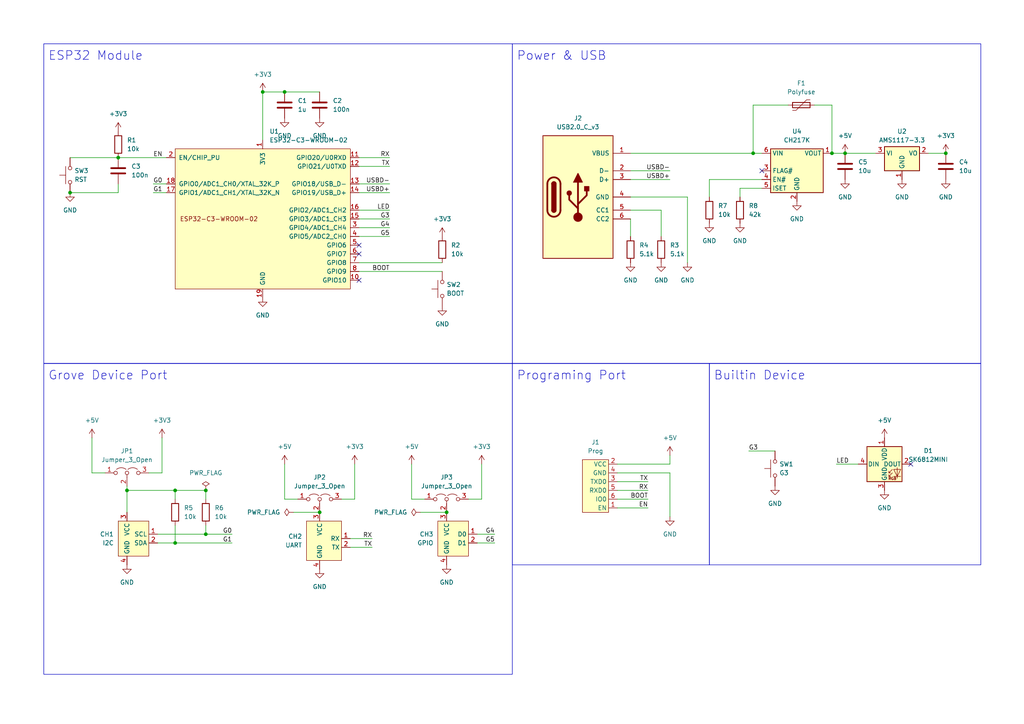
<source format=kicad_sch>
(kicad_sch (version 20230121) (generator eeschema)
  (paper "A4")
  (lib_symbols
    (symbol "$74th:CH217K-USB_Power_Limit_Switch"
      (property "Reference" "U" (at -6.35 5.08 0))
      (property "Value" "CH217K" (at 3.81 5.08 0))
      (symbol "CH217K-USB_Power_Limit_Switch_1_1"
        (rectangle (start -7.62 3.81) (end 7.62 -8.89) (stroke (width 0.254)) (fill (type background)))
        (pin power_out line (at 10.16 2.54 180) (length 2.54) (name "VOUT") (number "1"))
        (pin power_in line (at 0 -11.43 90) (length 2.54) (name "GND") (number "2"))
        (pin input line (at -10.16 -2.54 0) (length 2.54) (name "FLAG#") (number "3"))
        (pin input line (at -10.16 -5.08 0) (length 2.54) (name "EN#") (number "4"))
        (pin input line (at -10.16 -7.62 0) (length 2.54) (name "ISET") (number "5"))
        (pin power_in line (at -10.16 2.54 0) (length 2.54) (name "VIN") (number "6"))
      )
    )
    (symbol "$74th:ESP-Prog-ProgramCOM-RECV"
      (property "Reference" "J" (at 0 5.08 0))
      (property "Value" "ESP-Prog-ProgramCOM-RECV" (at 0 7.62 0))
      (symbol "ESP-Prog-ProgramCOM-RECV_0_1"
        (rectangle (start -3.81 3.81) (end 3.81 -11.43) (stroke (width 0.1524)) (fill (type background)))
      )
      (symbol "ESP-Prog-ProgramCOM-RECV_1_1"
        (pin output line (at 6.35 -10.16 180) (length 2.54) (name "EN") (number "1"))
        (pin passive line (at 6.35 2.54 180) (length 2.54) (name "VCC") (number "2"))
        (pin input line (at 6.35 -2.54 180) (length 2.54) (name "TXD0") (number "3"))
        (pin passive line (at 6.35 0 180) (length 2.54) (name "GND") (number "4"))
        (pin output line (at 6.35 -5.08 180) (length 2.54) (name "RXD0") (number "5"))
        (pin output line (at 6.35 -7.62 180) (length 2.54) (name "IO0") (number "6"))
      )
    )
    (symbol "$74th:Grove_HostSide"
      (property "Reference" "CH" (at -6.35 0 0))
      (property "Value" "Grove_HostSide" (at -6.35 -2.54 0))
      (symbol "Grove_HostSide_0_1"
        (rectangle (start -5.08 3.81) (end 3.81 -6.35) (stroke (width 0.1524)) (fill (type background)))
      )
      (symbol "Grove_HostSide_1_1"
        (pin bidirectional line (at 6.35 0 180) (length 2.54) (name "D0") (number "1"))
        (pin bidirectional line (at 6.35 -2.54 180) (length 2.54) (name "D1") (number "2"))
        (pin power_in line (at -2.54 6.35 270) (length 2.54) (name "VCC") (number "3"))
        (pin power_in line (at -2.54 -8.89 90) (length 2.54) (name "GND") (number "4"))
      )
    )
    (symbol "$74th:I2C_Grove_HostSide"
      (property "Reference" "CH" (at -6.35 0 0))
      (property "Value" "I2C_Grove_HostSide" (at -6.35 -2.54 0))
      (symbol "I2C_Grove_HostSide_0_1"
        (rectangle (start -5.08 3.81) (end 3.81 -6.35) (stroke (width 0.1524)) (fill (type background)))
      )
      (symbol "I2C_Grove_HostSide_1_1"
        (pin input line (at 6.35 0 180) (length 2.54) (name "SCL") (number "1"))
        (pin bidirectional line (at 6.35 -2.54 180) (length 2.54) (name "SDA") (number "2"))
        (pin power_in line (at -2.54 6.35 270) (length 2.54) (name "VCC") (number "3"))
        (pin power_in line (at -2.54 -8.89 90) (length 2.54) (name "GND") (number "4"))
      )
    )
    (symbol "$74th:SK6812MINI" (pin_names (offset 0.254))
      (property "Reference" "D" (at 5.08 5.715 0))
      (property "Value" "SK6812MINI" (at 1.27 -5.715 0))
      (symbol "SK6812MINI_0_0"
        (text "RGB" (at 2.286 -4.191 0) (effects (font (size 0.762 0.762))))
      )
      (symbol "SK6812MINI_0_1"
        (polyline (pts (xy 1.27 -3.556) (xy 1.778 -3.556)))
        (polyline (pts (xy 1.27 -2.54) (xy 1.778 -2.54)))
        (polyline (pts (xy 4.699 -3.556) (xy 2.667 -3.556)))
        (polyline (pts (xy 2.286 -2.54) (xy 1.27 -3.556) (xy 1.27 -3.048)))
        (polyline (pts (xy 2.286 -1.524) (xy 1.27 -2.54) (xy 1.27 -2.032)))
        (polyline (pts (xy 3.683 -1.016) (xy 3.683 -3.556) (xy 3.683 -4.064)))
        (polyline (pts (xy 4.699 -1.524) (xy 2.667 -1.524) (xy 3.683 -3.556) (xy 4.699 -1.524)))
        (rectangle (start 5.08 5.08) (end -5.08 -5.08) (stroke (width 0.254)) (fill (type background)))
      )
      (symbol "SK6812MINI_1_1"
        (pin power_in line (at 0 7.62 270) (length 2.54) (name "VDD") (number "1"))
        (pin output line (at 7.62 0 180) (length 2.54) (name "DOUT") (number "2"))
        (pin power_in line (at 0 -7.62 90) (length 2.54) (name "GND") (number "3"))
        (pin input line (at -7.62 0 0) (length 2.54) (name "DIN") (number "4"))
      )
    )
    (symbol "$74th:UART_Grove_HostSide"
      (property "Reference" "CH" (at -7.62 1.27 0))
      (property "Value" "UART_Grove_HostSide" (at -7.62 -1.27 0))
      (symbol "UART_Grove_HostSide_0_1"
        (rectangle (start -6.35 6.35) (end 3.81 -5.08) (stroke (width 0.1524)) (fill (type background)))
      )
      (symbol "UART_Grove_HostSide_1_1"
        (pin input line (at 6.35 1.27 180) (length 2.54) (name "RX") (number "1"))
        (pin output line (at 6.35 -1.27 180) (length 2.54) (name "TX") (number "2"))
        (pin power_in line (at -2.54 8.89 270) (length 2.54) (name "VCC") (number "3"))
        (pin power_in line (at -2.54 -7.62 90) (length 2.54) (name "GND") (number "4"))
      )
    )
    (symbol "$74th:USB2.0_C_v3" (pin_names (offset 1.016))
      (property "Reference" "J" (at -10.16 19.05 0))
      (property "Value" "USB2.0_C_v3" (at 12.7 19.05 0))
      (symbol "USB2.0_C_v3_0_1"
        (rectangle (start -10.16 17.78) (end 10.16 -17.78) (stroke (width 0.254)) (fill (type background)))
        (arc (start -8.89 -3.81) (mid -6.985 -5.7067) (end -5.08 -3.81) (stroke (width 0.508)))
        (arc (start -7.62 -3.81) (mid -6.985 -4.4423) (end -6.35 -3.81) (stroke (width 0.254)))
        (arc (start -7.62 -3.81) (mid -6.985 -4.4423) (end -6.35 -3.81) (stroke (width 0.254)) (fill (type outline)))
        (rectangle (start -7.62 -3.81) (end -6.35 3.81) (stroke (width 0.254)) (fill (type outline)))
        (arc (start -6.35 3.81) (mid -6.985 4.4423) (end -7.62 3.81) (stroke (width 0.254)))
        (arc (start -6.35 3.81) (mid -6.985 4.4423) (end -7.62 3.81) (stroke (width 0.254)) (fill (type outline)))
        (arc (start -5.08 3.81) (mid -6.985 5.7067) (end -8.89 3.81) (stroke (width 0.508)))
        (circle (center -2.54 1.143) (radius 0.635) (stroke (width 0.254)) (fill (type outline)))
        (circle (center 0 -5.842) (radius 1.27) (fill (type outline)))
        (polyline (pts (xy -8.89 -3.81) (xy -8.89 3.81)) (stroke (width 0.508)))
        (polyline (pts (xy -5.08 3.81) (xy -5.08 -3.81)) (stroke (width 0.508)))
        (polyline (pts (xy 0 -5.842) (xy 0 4.318)) (stroke (width 0.508)))
        (polyline (pts (xy 0 -3.302) (xy -2.54 -0.762) (xy -2.54 0.508)) (stroke (width 0.508)))
        (polyline (pts (xy 0 -2.032) (xy 2.54 0.508) (xy 2.54 1.778)) (stroke (width 0.508)))
        (polyline (pts (xy -1.27 4.318) (xy 0 6.858) (xy 1.27 4.318) (xy -1.27 4.318)) (stroke (width 0.254)) (fill (type outline)))
        (rectangle (start 1.905 1.778) (end 3.175 3.048) (stroke (width 0.254)) (fill (type outline)))
      )
      (symbol "USB2.0_C_v3_1_1"
        (pin power_out line (at 15.24 12.7 180) (length 5.08) (name "VBUS") (number "1"))
        (pin bidirectional line (at 15.24 7.62 180) (length 5.08) (name "D-") (number "2"))
        (pin bidirectional line (at 15.24 5.08 180) (length 5.08) (name "D+") (number "3"))
        (pin power_out line (at 15.24 0 180) (length 5.08) (name "GND") (number "4"))
        (pin bidirectional line (at 15.24 -3.81 180) (length 5.08) (name "CC1") (number "5"))
        (pin bidirectional line (at 15.24 -6.35 180) (length 5.08) (name "CC2") (number "6"))
      )
    )
    (symbol "Device:C" (pin_numbers hide) (pin_names (offset 0.254))
      (property "Reference" "C" (at 0.635 2.54 0))
      (property "Value" "C" (at 0.635 -2.54 0))
      (symbol "C_0_1"
        (polyline (pts (xy -2.032 -0.762) (xy 2.032 -0.762)) (stroke (width 0.508)))
        (polyline (pts (xy -2.032 0.762) (xy 2.032 0.762)) (stroke (width 0.508)))
      )
      (symbol "C_1_1"
        (pin passive line (at 0 3.81 270) (length 2.794) (name "~") (number "1"))
        (pin passive line (at 0 -3.81 90) (length 2.794) (name "~") (number "2"))
      )
    )
    (symbol "Device:Polyfuse" (pin_numbers hide) (pin_names (offset 0))
      (property "Reference" "F" (at -2.54 0 90))
      (property "Value" "Polyfuse" (at 2.54 0 90))
      (symbol "Polyfuse_0_1"
        (rectangle (start -0.762 2.54) (end 0.762 -2.54) (stroke (width 0.254)))
        (polyline (pts (xy 0 2.54) (xy 0 -2.54)))
        (polyline (pts (xy -1.524 2.54) (xy -1.524 1.524) (xy 1.524 -1.524) (xy 1.524 -2.54)))
      )
      (symbol "Polyfuse_1_1"
        (pin passive line (at 0 3.81 270) (length 1.27) (name "~") (number "1"))
        (pin passive line (at 0 -3.81 90) (length 1.27) (name "~") (number "2"))
      )
    )
    (symbol "Device:R" (pin_numbers hide) (pin_names (offset 0))
      (property "Reference" "R" (at 2.032 0 90))
      (property "Value" "R" (at 0 0 90))
      (symbol "R_0_1"
        (rectangle (start -1.016 -2.54) (end 1.016 2.54) (stroke (width 0.254)))
      )
      (symbol "R_1_1"
        (pin passive line (at 0 3.81 270) (length 1.27) (name "~") (number "1"))
        (pin passive line (at 0 -3.81 90) (length 1.27) (name "~") (number "2"))
      )
    )
    (symbol "Espressif:ESP32-C3-WROOM-02" (pin_names (offset 1.016))
      (property "Reference" "U" (at -25.4 25.4 0))
      (property "Value" "ESP32-C3-WROOM-02" (at -25.4 22.86 0))
      (symbol "ESP32-C3-WROOM-02_0_0"
        (text "ESP32-C3-WROOM-02" (at -12.7 0 0) (effects (font (size 1.27 1.27))))
      )
      (symbol "ESP32-C3-WROOM-02_0_1"
        (rectangle (start 25.4 20.32) (end -25.4 -20.32) (fill (type background)))
      )
      (symbol "ESP32-C3-WROOM-02_1_1"
        (pin power_in line (at 0 22.86 270) (length 2.54) (name "3V3") (number "1"))
        (pin bidirectional line (at 27.94 -17.78 180) (length 2.54) (name "GPIO10") (number "10"))
        (pin bidirectional line (at 27.94 17.78 180) (length 2.54) (name "GPIO20/U0RXD") (number "11"))
        (pin bidirectional line (at 27.94 15.24 180) (length 2.54) (name "GPIO21/U0TXD") (number "12"))
        (pin bidirectional line (at 27.94 10.16 180) (length 2.54) (name "GPIO18/USB_D-") (number "13"))
        (pin bidirectional line (at 27.94 7.62 180) (length 2.54) (name "GPIO19/USB_D+") (number "14"))
        (pin bidirectional line (at 27.94 0 180) (length 2.54) (name "GPIO3/ADC1_CH3") (number "15"))
        (pin bidirectional line (at 27.94 2.54 180) (length 2.54) (name "GPIO2/ADC1_CH2") (number "16"))
        (pin bidirectional line (at -27.94 7.62 0) (length 2.54) (name "GPIO1/ADC1_CH1/XTAL_32K_N") (number "17"))
        (pin bidirectional line (at -27.94 10.16 0) (length 2.54) (name "GPIO0/ADC1_CH0/XTAL_32K_P") (number "18"))
        (pin power_in line (at 0 -22.86 90) (length 2.54) (name "GND") (number "19"))
        (pin input line (at -27.94 17.78 0) (length 2.54) (name "EN/CHIP_PU") (number "2"))
        (pin bidirectional line (at 27.94 -2.54 180) (length 2.54) (name "GPIO4/ADC1_CH4") (number "3"))
        (pin bidirectional line (at 27.94 -5.08 180) (length 2.54) (name "GPIO5/ADC2_CH0") (number "4"))
        (pin bidirectional line (at 27.94 -7.62 180) (length 2.54) (name "GPIO6") (number "5"))
        (pin bidirectional line (at 27.94 -10.16 180) (length 2.54) (name "GPIO7") (number "6"))
        (pin bidirectional line (at 27.94 -12.7 180) (length 2.54) (name "GPIO8") (number "7"))
        (pin bidirectional line (at 27.94 -15.24 180) (length 2.54) (name "GPIO9") (number "8"))
        (pin passive line (at 0 -22.86 90) (length 2.54) hide (name "GND") (number "9"))
      )
    )
    (symbol "Jumper:Jumper_3_Open" (pin_names (offset 0) hide)
      (property "Reference" "JP" (at -2.54 -2.54 0))
      (property "Value" "Jumper_3_Open" (at 0 2.794 0))
      (symbol "Jumper_3_Open_0_0"
        (circle (center -3.302 0) (radius 0.508))
        (circle (center 0 0) (radius 0.508))
        (circle (center 3.302 0) (radius 0.508))
      )
      (symbol "Jumper_3_Open_0_1"
        (arc (start -0.254 1.016) (mid -1.651 1.4992) (end -3.048 1.016))
        (polyline (pts (xy 0 -0.508) (xy 0 -1.27)))
        (arc (start 3.048 1.016) (mid 1.651 1.4992) (end 0.254 1.016))
      )
      (symbol "Jumper_3_Open_1_1"
        (pin passive line (at -6.35 0 0) (length 2.54) (name "A") (number "1"))
        (pin passive line (at 0 -3.81 90) (length 2.54) (name "C") (number "2"))
        (pin passive line (at 6.35 0 180) (length 2.54) (name "B") (number "3"))
      )
    )
    (symbol "Regulator_Linear:AMS1117-3.3"
      (property "Reference" "U" (at -3.81 3.175 0))
      (property "Value" "AMS1117-3.3" (at 0 3.175 0))
      (symbol "AMS1117-3.3_0_1"
        (rectangle (start -5.08 -5.08) (end 5.08 1.905) (stroke (width 0.254)) (fill (type background)))
      )
      (symbol "AMS1117-3.3_1_1"
        (pin power_in line (at 0 -7.62 90) (length 2.54) (name "GND") (number "1"))
        (pin power_out line (at 7.62 0 180) (length 2.54) (name "VO") (number "2"))
        (pin power_in line (at -7.62 0 0) (length 2.54) (name "VI") (number "3"))
      )
    )
    (symbol "Switch:SW_Push" (pin_numbers hide) (pin_names (offset 1.016) hide)
      (property "Reference" "SW" (at 1.27 2.54 0))
      (property "Value" "SW_Push" (at 0 -1.524 0))
      (symbol "SW_Push_0_1"
        (circle (center -2.032 0) (radius 0.508))
        (polyline (pts (xy 0 1.27) (xy 0 3.048)))
        (polyline (pts (xy 2.54 1.27) (xy -2.54 1.27)))
        (circle (center 2.032 0) (radius 0.508))
        (pin passive line (at -5.08 0 0) (length 2.54) (name "1") (number "1"))
        (pin passive line (at 5.08 0 180) (length 2.54) (name "2") (number "2"))
      )
    )
    (symbol "power:+3V3" (power) (pin_names (offset 0))
      (property "Value" "+3V3" (at 0 3.556 0))
      (symbol "+3V3_0_1"
        (polyline (pts (xy -0.762 1.27) (xy 0 2.54)))
        (polyline (pts (xy 0 0) (xy 0 2.54)))
        (polyline (pts (xy 0 2.54) (xy 0.762 1.27)))
      )
      (symbol "+3V3_1_1"
        (pin power_in line (at 0 0 90) (length 0) hide (name "+3V3") (number "1"))
      )
    )
    (symbol "power:+5V" (power) (pin_names (offset 0))
      (property "Value" "+5V" (at 0 3.556 0))
      (symbol "+5V_0_1"
        (polyline (pts (xy -0.762 1.27) (xy 0 2.54)))
        (polyline (pts (xy 0 0) (xy 0 2.54)))
        (polyline (pts (xy 0 2.54) (xy 0.762 1.27)))
      )
      (symbol "+5V_1_1"
        (pin power_in line (at 0 0 90) (length 0) hide (name "+5V") (number "1"))
      )
    )
    (symbol "power:GND" (power) (pin_names (offset 0))
      (property "Value" "GND" (at 0 -3.81 0))
      (symbol "GND_0_1"
        (polyline (pts (xy 0 0) (xy 0 -1.27) (xy 1.27 -1.27) (xy 0 -2.54) (xy -1.27 -1.27) (xy 0 -1.27)))
      )
      (symbol "GND_1_1"
        (pin power_in line (at 0 0 270) (length 0) hide (name "GND") (number "1"))
      )
    )
    (symbol "power:PWR_FLAG" (power) (pin_numbers hide) (pin_names (offset 0) hide)
      (property "Value" "PWR_FLAG" (at 0 3.81 0))
      (symbol "PWR_FLAG_0_0"
        (pin power_out line (at 0 0 90) (length 0) (name "pwr") (number "1"))
      )
      (symbol "PWR_FLAG_0_1"
        (polyline (pts (xy 0 0) (xy 0 1.27) (xy -1.016 1.905) (xy 0 2.54) (xy 1.016 1.905) (xy 0 1.27)))
      )
    )
  )
  (junction (at 20.32 55.88))
  (junction (at 129.54 148.59))
  (junction (at 36.83 142.24))
  (junction (at 82.55 26.67))
  (junction (at 245.11 44.45))
  (junction (at 50.8 142.24))
  (junction (at 50.8 157.48))
  (junction (at 218.44 44.45))
  (junction (at 59.69 154.94))
  (junction (at 241.3 44.45))
  (junction (at 92.71 148.59))
  (junction (at 274.32 44.45))
  (junction (at 59.69 142.24))
  (junction (at 34.29 45.72))
  (junction (at 76.2 26.67))
  (no_connect (at 104.14 71.12))
  (no_connect (at 104.14 81.28))
  (no_connect (at 220.98 49.53))
  (no_connect (at 104.14 73.66))
  (no_connect (at 264.16 134.62))
  (wire (pts (xy 36.83 142.24) (xy 50.8 142.24)))
  (wire (pts (xy 228.6 30.48) (xy 218.44 30.48)))
  (wire (pts (xy 104.14 60.96) (xy 113.03 60.96)))
  (wire (pts (xy 241.3 44.45) (xy 245.11 44.45)))
  (wire (pts (xy 182.88 44.45) (xy 218.44 44.45)))
  (wire (pts (xy 205.74 52.07) (xy 205.74 57.15)))
  (wire (pts (xy 194.31 137.16) (xy 194.31 149.86)))
  (wire (pts (xy 59.69 152.4) (xy 59.69 154.94)))
  (wire (pts (xy 199.39 76.2) (xy 199.39 57.15)))
  (wire (pts (xy 104.14 45.72) (xy 113.03 45.72)))
  (wire (pts (xy 34.29 55.88) (xy 20.32 55.88)))
  (wire (pts (xy 179.07 137.16) (xy 194.31 137.16)))
  (wire (pts (xy 182.88 52.07) (xy 194.31 52.07)))
  (wire (pts (xy 179.07 139.7) (xy 187.96 139.7)))
  (wire (pts (xy 104.14 66.04) (xy 113.03 66.04)))
  (wire (pts (xy 194.31 134.62) (xy 194.31 132.08)))
  (wire (pts (xy 34.29 53.34) (xy 34.29 55.88)))
  (wire (pts (xy 139.7 134.62) (xy 139.7 144.78)))
  (wire (pts (xy 138.43 157.48) (xy 143.51 157.48)))
  (wire (pts (xy 44.45 53.34) (xy 48.26 53.34)))
  (wire (pts (xy 44.45 55.88) (xy 48.26 55.88)))
  (wire (pts (xy 179.07 144.78) (xy 187.96 144.78)))
  (wire (pts (xy 182.88 63.5) (xy 182.88 68.58)))
  (wire (pts (xy 121.92 148.59) (xy 129.54 148.59)))
  (wire (pts (xy 104.14 78.74) (xy 128.27 78.74)))
  (wire (pts (xy 59.69 142.24) (xy 50.8 142.24)))
  (wire (pts (xy 101.6 156.21) (xy 107.95 156.21)))
  (wire (pts (xy 76.2 26.67) (xy 76.2 40.64)))
  (wire (pts (xy 59.69 154.94) (xy 67.31 154.94)))
  (wire (pts (xy 86.36 144.78) (xy 82.55 144.78)))
  (wire (pts (xy 104.14 53.34) (xy 113.03 53.34)))
  (wire (pts (xy 20.32 45.72) (xy 34.29 45.72)))
  (wire (pts (xy 104.14 48.26) (xy 113.03 48.26)))
  (wire (pts (xy 245.11 44.45) (xy 254 44.45)))
  (wire (pts (xy 45.72 154.94) (xy 59.69 154.94)))
  (wire (pts (xy 214.63 54.61) (xy 220.98 54.61)))
  (wire (pts (xy 269.24 44.45) (xy 274.32 44.45)))
  (wire (pts (xy 218.44 44.45) (xy 220.98 44.45)))
  (wire (pts (xy 241.3 30.48) (xy 241.3 44.45)))
  (wire (pts (xy 50.8 157.48) (xy 67.31 157.48)))
  (wire (pts (xy 82.55 26.67) (xy 92.71 26.67)))
  (wire (pts (xy 104.14 55.88) (xy 113.03 55.88)))
  (wire (pts (xy 30.48 137.16) (xy 26.67 137.16)))
  (wire (pts (xy 205.74 52.07) (xy 220.98 52.07)))
  (wire (pts (xy 45.72 157.48) (xy 50.8 157.48)))
  (wire (pts (xy 179.07 147.32) (xy 187.96 147.32)))
  (wire (pts (xy 85.09 148.59) (xy 92.71 148.59)))
  (wire (pts (xy 104.14 63.5) (xy 113.03 63.5)))
  (wire (pts (xy 76.2 26.67) (xy 82.55 26.67)))
  (wire (pts (xy 26.67 137.16) (xy 26.67 127)))
  (wire (pts (xy 218.44 30.48) (xy 218.44 44.45)))
  (wire (pts (xy 139.7 144.78) (xy 135.89 144.78)))
  (wire (pts (xy 191.77 60.96) (xy 191.77 68.58)))
  (wire (pts (xy 199.39 57.15) (xy 182.88 57.15)))
  (wire (pts (xy 104.14 76.2) (xy 128.27 76.2)))
  (wire (pts (xy 214.63 57.15) (xy 214.63 54.61)))
  (wire (pts (xy 182.88 49.53) (xy 194.31 49.53)))
  (wire (pts (xy 236.22 30.48) (xy 241.3 30.48)))
  (wire (pts (xy 102.87 144.78) (xy 99.06 144.78)))
  (wire (pts (xy 242.57 134.62) (xy 248.92 134.62)))
  (wire (pts (xy 34.29 45.72) (xy 48.26 45.72)))
  (wire (pts (xy 179.07 134.62) (xy 194.31 134.62)))
  (wire (pts (xy 36.83 142.24) (xy 36.83 148.59)))
  (wire (pts (xy 82.55 144.78) (xy 82.55 134.62)))
  (wire (pts (xy 59.69 144.78) (xy 59.69 142.24)))
  (wire (pts (xy 224.79 130.81) (xy 217.17 130.81)))
  (wire (pts (xy 36.83 140.97) (xy 36.83 142.24)))
  (wire (pts (xy 104.14 68.58) (xy 113.03 68.58)))
  (wire (pts (xy 119.38 144.78) (xy 119.38 134.62)))
  (wire (pts (xy 182.88 60.96) (xy 191.77 60.96)))
  (wire (pts (xy 46.99 137.16) (xy 43.18 137.16)))
  (wire (pts (xy 123.19 144.78) (xy 119.38 144.78)))
  (wire (pts (xy 101.6 158.75) (xy 107.95 158.75)))
  (wire (pts (xy 50.8 144.78) (xy 50.8 142.24)))
  (wire (pts (xy 46.99 127) (xy 46.99 137.16)))
  (wire (pts (xy 179.07 142.24) (xy 187.96 142.24)))
  (wire (pts (xy 102.87 134.62) (xy 102.87 144.78)))
  (wire (pts (xy 50.8 152.4) (xy 50.8 157.48)))
  (wire (pts (xy 138.43 154.94) (xy 143.51 154.94)))
  (rectangle (start 148.59 12.7) (end 284.48 105.41))
  (rectangle (start 12.7 12.7) (end 148.59 105.41))
  (rectangle (start 205.74 105.41) (end 284.48 163.83))
  (rectangle (start 148.59 105.41) (end 205.74 163.83))
  (rectangle (start 12.7 105.41) (end 148.59 195.58))
  (text "ESP32 Module" (at 13.97 17.78 0) (effects (font (size 2.54 2.54)) (justify left bottom)))
  (text "Builtin Device" (at 207.01 110.49 0) (effects (font (size 2.54 2.54)) (justify left bottom)))
  (text "Programing Port" (at 149.86 110.49 0) (effects (font (size 2.54 2.54)) (justify left bottom)))
  (text "Grove Device Port" (at 13.97 110.49 0) (effects (font (size 2.54 2.54)) (justify left bottom)))
  (text "Power & USB" (at 149.86 17.78 0) (effects (font (size 2.54 2.54)) (justify left bottom)))
  (label "G1" (at 44.45 55.88 0))
  (label "EN" (at 44.45 45.72 0))
  (label "RX" (at 187.96 142.24 180))
  (label "BOOT" (at 187.96 144.78 180))
  (label "USBD-" (at 194.31 49.53 180))
  (label "G5" (at 143.51 157.48 180))
  (label "G1" (at 67.31 157.48 180))
  (label "G0" (at 44.45 53.34 0))
  (label "G5" (at 113.03 68.58 180))
  (label "LED" (at 242.57 134.62 0))
  (label "G4" (at 113.03 66.04 180))
  (label "G0" (at 67.31 154.94 180))
  (label "RX" (at 113.03 45.72 180))
  (label "USBD+" (at 113.03 55.88 180))
  (label "TX" (at 107.95 158.75 180))
  (label "TX" (at 187.96 139.7 180))
  (label "BOOT" (at 113.03 78.74 180))
  (label "EN" (at 187.96 147.32 180))
  (label "USBD-" (at 113.03 53.34 180))
  (label "G3" (at 113.03 63.5 180))
  (label "LED" (at 113.03 60.96 180))
  (label "TX" (at 113.03 48.26 180))
  (label "G3" (at 217.17 130.81 0))
  (label "USBD+" (at 194.31 52.07 180))
  (label "G4" (at 143.51 154.94 180))
  (label "RX" (at 107.95 156.21 180))
  (symbol (lib_id "Switch:SW_Push") (at 20.32 50.8 90) (unit 1)
    (property "Reference" "SW3" (at 21.59 49.53 90) (effects (justify right)))
    (property "Value" "RST" (at 21.59 52.07 90) (effects (justify right)))
    (property "Footprint" "$74th:SKRPABE010" (effects hide))
  )
  (symbol (lib_id "$74th:I2C_Grove_HostSide") (at 39.37 154.94 0) (unit 1)
    (property "Reference" "CH1" (at 33.02 154.94 0) (effects (justify right)))
    (property "Value" "I2C" (at 33.02 157.48 0) (effects (justify right)))
    (property "Footprint" "$74th:HY2.0_Socket_SMD_4Pin" (effects hide))
  )
  (symbol (lib_id "power:GND") (at 245.11 52.07 0) (unit 1)
    (property "Reference" "#PWR07" (effects hide))
    (property "Value" "GND" (at 245.11 57.15 0))
  )
  (symbol (lib_id "power:+3V3") (at 46.99 127 0) (unit 1)
    (property "Reference" "#PWR019" (effects hide))
    (property "Value" "+3V3" (at 46.99 121.92 0))
  )
  (symbol (lib_id "$74th:ESP-Prog-ProgramCOM-RECV") (at 172.72 137.16 0) (unit 1)
    (property "Reference" "J1" (at 172.72 128.27 0))
    (property "Value" "Prog" (at 172.72 130.81 0))
    (property "Footprint" "$74th:BoxPinHeader_2x03_P1.27mm_Vertical" (effects hide))
  )
  (symbol (lib_id "Device:C") (at 92.71 30.48 0) (unit 1)
    (property "Reference" "C2" (at 96.52 29.21 0) (effects (justify left)))
    (property "Value" "100n" (at 96.52 31.75 0) (effects (justify left)))
    (property "Footprint" "$74th:Capacitor_0805_2012" (effects hide))
  )
  (symbol (lib_id "power:+3V3") (at 102.87 134.62 0) (unit 1)
    (property "Reference" "#PWR017" (effects hide))
    (property "Value" "+3V3" (at 102.87 129.54 0))
  )
  (symbol (lib_id "Jumper:Jumper_3_Open") (at 36.83 137.16 0) (unit 1)
    (property "Reference" "JP1" (at 36.83 130.81 0))
    (property "Value" "Jumper_3_Open" (at 36.83 133.35 0))
    (property "Footprint" "$74th:VCC_Selector_Jumper" (effects hide))
  )
  (symbol (lib_id "power:+3V3") (at 274.32 44.45 0) (unit 1)
    (property "Reference" "#PWR09" (effects hide))
    (property "Value" "+3V3" (at 274.32 39.37 0))
  )
  (symbol (lib_id "power:GND") (at 182.88 76.2 0) (unit 1)
    (property "Reference" "#PWR01" (effects hide))
    (property "Value" "GND" (at 182.88 81.28 0))
  )
  (symbol (lib_id "power:+5V") (at 26.67 127 0) (unit 1)
    (property "Reference" "#PWR018" (effects hide))
    (property "Value" "+5V" (at 26.67 121.92 0))
  )
  (symbol (lib_id "power:GND") (at 224.79 140.97 0) (unit 1)
    (property "Reference" "#PWR031" (effects hide))
    (property "Value" "GND" (at 224.79 146.05 0))
  )
  (symbol (lib_id "power:GND") (at 199.39 76.2 0) (unit 1)
    (property "Reference" "#PWR06" (effects hide))
    (property "Value" "GND" (at 199.39 81.28 0))
  )
  (symbol (lib_id "$74th:Grove_HostSide") (at 132.08 154.94 0) (unit 1)
    (property "Reference" "CH3" (at 125.73 154.94 0) (effects (justify right)))
    (property "Value" "GPIO" (at 125.73 157.48 0) (effects (justify right)))
    (property "Footprint" "$74th:HY2.0_Socket_SMD_4Pin" (effects hide))
  )
  (symbol (lib_id "power:GND") (at 205.74 64.77 0) (unit 1)
    (property "Reference" "#PWR034" (effects hide))
    (property "Value" "GND" (at 205.74 69.85 0))
  )
  (symbol (lib_id "$74th:USB2.0_C_v3") (at 167.64 57.15 0) (unit 1)
    (property "Reference" "J2" (at 167.64 34.29 0))
    (property "Value" "USB2.0_C_v3" (at 167.64 36.83 0))
    (property "Footprint" "$74th:USB-C-12-Pin-MidMount-ali-v5" (effects hide))
    (property "Datasheet" "https://www.usb.org/sites/default/files/documents/usb_type-c.zip" (effects hide))
  )
  (symbol (lib_id "Device:R") (at 205.74 60.96 0) (unit 1)
    (property "Reference" "R7" (at 208.28 59.69 0) (effects (justify left)))
    (property "Value" "10k" (at 208.28 62.23 0) (effects (justify left)))
    (property "Footprint" "$74th:Capacitor_0805_2012" (effects hide))
  )
  (symbol (lib_id "$74th:UART_Grove_HostSide") (at 95.25 157.48 0) (unit 1)
    (property "Reference" "CH2" (at 87.63 155.575 0) (effects (justify right)))
    (property "Value" "UART" (at 87.63 158.115 0) (effects (justify right)))
    (property "Footprint" "$74th:HY2.0_Socket_SMD_4Pin" (effects hide))
  )
  (symbol (lib_id "power:PWR_FLAG") (at 121.92 148.59 90) (unit 1)
    (property "Reference" "#FLG03" (effects hide))
    (property "Value" "PWR_FLAG" (at 118.11 148.59 90) (effects (justify left)))
  )
  (symbol (lib_id "power:+5V") (at 245.11 44.45 0) (unit 1)
    (property "Reference" "#PWR08" (effects hide))
    (property "Value" "+5V" (at 245.11 39.37 0))
  )
  (symbol (lib_id "power:GND") (at 274.32 52.07 0) (unit 1)
    (property "Reference" "#PWR05" (effects hide))
    (property "Value" "GND" (at 274.32 57.15 0))
  )
  (symbol (lib_id "power:PWR_FLAG") (at 85.09 148.59 90) (unit 1)
    (property "Reference" "#FLG02" (effects hide))
    (property "Value" "PWR_FLAG" (at 81.28 148.59 90) (effects (justify left)))
  )
  (symbol (lib_id "Device:R") (at 128.27 72.39 0) (unit 1)
    (property "Reference" "R2" (at 130.81 71.1199 0) (effects (justify left)))
    (property "Value" "10k" (at 130.81 73.6599 0) (effects (justify left)))
    (property "Footprint" "$74th:Capacitor_0805_2012" (effects hide))
  )
  (symbol (lib_id "power:PWR_FLAG") (at 59.69 142.24 0) (unit 1)
    (property "Reference" "#FLG01" (effects hide))
    (property "Value" "PWR_FLAG" (at 59.69 137.16 0))
  )
  (symbol (lib_id "$74th:CH217K-USB_Power_Limit_Switch") (at 231.14 46.99 0) (unit 1)
    (property "Reference" "U4" (at 231.14 38.1 0))
    (property "Value" "CH217K" (at 231.14 40.64 0))
    (property "Footprint" "Package_TO_SOT_SMD:SOT-23-6" (effects hide))
  )
  (symbol (lib_id "Device:C") (at 274.32 48.26 0) (unit 1)
    (property "Reference" "C4" (at 278.13 46.99 0) (effects (justify left)))
    (property "Value" "10u" (at 278.13 49.53 0) (effects (justify left)))
    (property "Footprint" "$74th:Capacitor_0805_2012" (effects hide))
  )
  (symbol (lib_id "power:+5V") (at 119.38 134.62 0) (unit 1)
    (property "Reference" "#PWR022" (effects hide))
    (property "Value" "+5V" (at 119.38 129.54 0))
  )
  (symbol (lib_id "power:GND") (at 191.77 76.2 0) (unit 1)
    (property "Reference" "#PWR02" (effects hide))
    (property "Value" "GND" (at 191.77 81.28 0))
  )
  (symbol (lib_id "Device:C") (at 34.29 49.53 0) (unit 1)
    (property "Reference" "C3" (at 38.1 48.26 0) (effects (justify left)))
    (property "Value" "100n" (at 38.1 50.8 0) (effects (justify left)))
    (property "Footprint" "$74th:Capacitor_0805_2012" (effects hide))
  )
  (symbol (lib_id "power:+3V3") (at 128.27 68.58 0) (unit 1)
    (property "Reference" "#PWR025" (effects hide))
    (property "Value" "+3V3" (at 128.27 63.5 0))
  )
  (symbol (lib_id "Device:R") (at 50.8 148.59 0) (unit 1)
    (property "Reference" "R5" (at 53.34 147.32 0) (effects (justify left)))
    (property "Value" "10k" (at 53.34 149.86 0) (effects (justify left)))
    (property "Footprint" "$74th:Capacitor_0805_2012" (effects hide))
  )
  (symbol (lib_id "Device:C") (at 82.55 30.48 0) (unit 1)
    (property "Reference" "C1" (at 86.36 29.21 0) (effects (justify left)))
    (property "Value" "1u" (at 86.36 31.75 0) (effects (justify left)))
    (property "Footprint" "$74th:Capacitor_0805_2012" (effects hide))
  )
  (symbol (lib_id "power:GND") (at 194.31 149.86 0) (unit 1)
    (property "Reference" "#PWR028" (effects hide))
    (property "Value" "GND" (at 194.31 154.94 0))
  )
  (symbol (lib_id "power:+3V3") (at 34.29 38.1 0) (unit 1)
    (property "Reference" "#PWR015" (effects hide))
    (property "Value" "+3V3" (at 34.29 33.02 0))
  )
  (symbol (lib_id "power:GND") (at 256.54 142.24 0) (unit 1)
    (property "Reference" "#PWR030" (effects hide))
    (property "Value" "GND" (at 256.54 147.32 0))
  )
  (symbol (lib_id "power:GND") (at 92.71 34.29 0) (unit 1)
    (property "Reference" "#PWR012" (effects hide))
    (property "Value" "GND" (at 92.71 39.37 0))
  )
  (symbol (lib_id "Device:R") (at 182.88 72.39 0) (unit 1)
    (property "Reference" "R4" (at 185.42 71.12 0) (effects (justify left)))
    (property "Value" "5.1k" (at 185.42 73.66 0) (effects (justify left)))
    (property "Footprint" "$74th:Capacitor_0805_2012" (effects hide))
  )
  (symbol (lib_id "Device:R") (at 34.29 41.91 0) (unit 1)
    (property "Reference" "R1" (at 36.83 40.6399 0) (effects (justify left)))
    (property "Value" "10k" (at 36.83 43.1799 0) (effects (justify left)))
    (property "Footprint" "$74th:Capacitor_0805_2012" (effects hide))
  )
  (symbol (lib_id "Device:R") (at 59.69 148.59 0) (unit 1)
    (property "Reference" "R6" (at 62.23 147.32 0) (effects (justify left)))
    (property "Value" "10k" (at 62.23 149.86 0) (effects (justify left)))
    (property "Footprint" "$74th:Capacitor_0805_2012" (effects hide))
  )
  (symbol (lib_id "Device:Polyfuse") (at 232.41 30.48 270) (unit 1)
    (property "Reference" "F1" (at 232.41 24.13 90))
    (property "Value" "Polyfuse" (at 232.41 26.67 90))
    (property "Footprint" "$74th:Fuse_1812_4532Metric_Pad1.30x3.40mm_HandSolder" (effects hide))
  )
  (symbol (lib_id "power:+5V") (at 256.54 127 0) (unit 1)
    (property "Reference" "#PWR029" (effects hide))
    (property "Value" "+5V" (at 256.54 121.92 0))
  )
  (symbol (lib_id "Device:R") (at 191.77 72.39 0) (unit 1)
    (property "Reference" "R3" (at 194.31 71.12 0) (effects (justify left)))
    (property "Value" "5.1k" (at 194.31 73.66 0) (effects (justify left)))
    (property "Footprint" "$74th:Capacitor_0805_2012" (effects hide))
  )
  (symbol (lib_id "Device:R") (at 214.63 60.96 0) (unit 1)
    (property "Reference" "R8" (at 217.17 59.69 0) (effects (justify left)))
    (property "Value" "42k" (at 217.17 62.23 0) (effects (justify left)))
    (property "Footprint" "$74th:Capacitor_0805_2012" (effects hide))
  )
  (symbol (lib_id "power:+3V3") (at 76.2 26.67 0) (unit 1)
    (property "Reference" "#PWR010" (effects hide))
    (property "Value" "+3V3" (at 76.2 21.59 0))
  )
  (symbol (lib_id "Jumper:Jumper_3_Open") (at 92.71 144.78 0) (unit 1)
    (property "Reference" "JP2" (at 92.71 138.43 0))
    (property "Value" "Jumper_3_Open" (at 92.71 140.97 0))
    (property "Footprint" "$74th:VCC_Selector_Jumper" (effects hide))
  )
  (symbol (lib_id "power:GND") (at 92.71 165.1 0) (unit 1)
    (property "Reference" "#PWR021" (effects hide))
    (property "Value" "GND" (at 92.71 170.18 0))
  )
  (symbol (lib_id "power:GND") (at 261.62 52.07 0) (unit 1)
    (property "Reference" "#PWR04" (effects hide))
    (property "Value" "GND" (at 261.62 57.15 0))
  )
  (symbol (lib_id "Regulator_Linear:AMS1117-3.3") (at 261.62 44.45 0) (unit 1)
    (property "Reference" "U2" (at 261.62 38.1 0))
    (property "Value" "AMS1117-3.3" (at 261.62 40.64 0))
    (property "Footprint" "Package_TO_SOT_SMD:SOT-223-3_TabPin2" (effects hide))
    (property "Datasheet" "http://www.advanced-monolithic.com/pdf/ds1117.pdf" (effects hide))
  )
  (symbol (lib_id "Switch:SW_Push") (at 224.79 135.89 90) (unit 1)
    (property "Reference" "SW1" (at 226.06 134.62 90) (effects (justify right)))
    (property "Value" "G3" (at 226.06 137.16 90) (effects (justify right)))
    (property "Footprint" "$74th:SKRPABE010" (effects hide))
  )
  (symbol (lib_id "power:GND") (at 76.2 86.36 0) (unit 1)
    (property "Reference" "#PWR013" (effects hide))
    (property "Value" "GND" (at 76.2 91.44 0))
  )
  (symbol (lib_id "$74th:SK6812MINI") (at 256.54 134.62 0) (unit 1)
    (property "Reference" "D1" (at 269.24 130.7339 0))
    (property "Value" "SK6812MINI" (at 269.24 133.2739 0))
    (property "Footprint" "$74th:YS-SK6812MINI-E-BACK-RIGHT" (effects hide))
    (property "Datasheet" "https://cdn-shop.adafruit.com/product-files/2686/SK6812MINI_REV.01-1-2.pdf" (effects hide))
  )
  (symbol (lib_id "power:GND") (at 128.27 88.9 0) (unit 1)
    (property "Reference" "#PWR026" (effects hide))
    (property "Value" "GND" (at 128.27 93.98 0))
  )
  (symbol (lib_id "power:+3V3") (at 139.7 134.62 0) (unit 1)
    (property "Reference" "#PWR023" (effects hide))
    (property "Value" "+3V3" (at 139.7 129.54 0))
  )
  (symbol (lib_id "Switch:SW_Push") (at 128.27 83.82 90) (unit 1)
    (property "Reference" "SW2" (at 129.54 82.55 90) (effects (justify right)))
    (property "Value" "BOOT" (at 129.54 85.09 90) (effects (justify right)))
    (property "Footprint" "$74th:SKRPABE010" (effects hide))
  )
  (symbol (lib_id "power:GND") (at 214.63 64.77 0) (unit 1)
    (property "Reference" "#PWR035" (effects hide))
    (property "Value" "GND" (at 214.63 69.85 0))
  )
  (symbol (lib_id "Espressif:ESP32-C3-WROOM-02") (at 76.2 63.5 0) (unit 1)
    (property "Reference" "U1" (at 78.1559 38.1 0) (effects (justify left)))
    (property "Value" "ESP32-C3-WROOM-02" (at 78.1559 40.64 0) (effects (justify left)))
    (property "Footprint" "$74th-imported:ESP32-C3-WROOM-02" (effects hide))
    (property "Datasheet" "https://www.espressif.com/sites/default/files/documentation/esp32-c3-wroom-02_datasheet_en.pdf" (effects hide))
  )
  (symbol (lib_id "power:GND") (at 82.55 34.29 0) (unit 1)
    (property "Reference" "#PWR011" (effects hide))
    (property "Value" "GND" (at 82.55 39.37 0))
  )
  (symbol (lib_id "power:+5V") (at 194.31 132.08 0) (unit 1)
    (property "Reference" "#PWR027" (effects hide))
    (property "Value" "+5V" (at 194.31 127 0))
  )
  (symbol (lib_id "power:GND") (at 20.32 55.88 0) (unit 1)
    (property "Reference" "#PWR014" (effects hide))
    (property "Value" "GND" (at 20.32 60.96 0))
  )
  (symbol (lib_id "power:GND") (at 36.83 163.83 0) (unit 1)
    (property "Reference" "#PWR020" (effects hide))
    (property "Value" "GND" (at 36.83 168.91 0))
  )
  (symbol (lib_id "Jumper:Jumper_3_Open") (at 129.54 144.78 0) (unit 1)
    (property "Reference" "JP3" (at 129.54 138.43 0))
    (property "Value" "Jumper_3_Open" (at 129.54 140.97 0))
    (property "Footprint" "$74th:VCC_Selector_Jumper" (effects hide))
  )
  (symbol (lib_id "power:GND") (at 231.14 58.42 0) (unit 1)
    (property "Reference" "#PWR03" (effects hide))
    (property "Value" "GND" (at 231.14 63.5 0))
  )
  (symbol (lib_id "power:GND") (at 129.54 163.83 0) (unit 1)
    (property "Reference" "#PWR024" (effects hide))
    (property "Value" "GND" (at 129.54 168.91 0))
  )
  (symbol (lib_id "power:+5V") (at 82.55 134.62 0) (unit 1)
    (property "Reference" "#PWR016" (effects hide))
    (property "Value" "+5V" (at 82.55 129.54 0))
  )
  (symbol (lib_id "Device:C") (at 245.11 48.26 0) (unit 1)
    (property "Reference" "C5" (at 248.92 46.99 0) (effects (justify left)))
    (property "Value" "10u" (at 248.92 49.53 0) (effects (justify left)))
    (property "Footprint" "$74th:Capacitor_0805_2012" (effects hide))
  )
)
</source>
